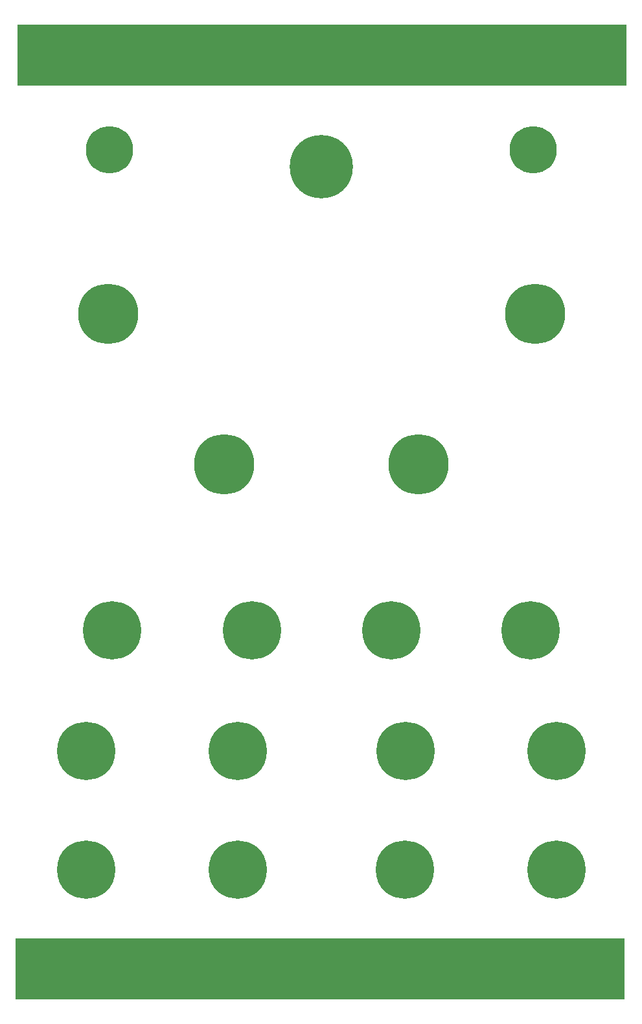
<source format=gbs>
G04 #@! TF.GenerationSoftware,KiCad,Pcbnew,(7.0.0-0)*
G04 #@! TF.CreationDate,2023-04-10T14:33:28-07:00*
G04 #@! TF.ProjectId,Kit-Trig-Sampler-FACEPLATE,4b69742d-5472-4696-972d-53616d706c65,rev?*
G04 #@! TF.SameCoordinates,PXa661c0PY7cdd488*
G04 #@! TF.FileFunction,Soldermask,Bot*
G04 #@! TF.FilePolarity,Negative*
%FSLAX46Y46*%
G04 Gerber Fmt 4.6, Leading zero omitted, Abs format (unit mm)*
G04 Created by KiCad (PCBNEW (7.0.0-0)) date 2023-04-10 14:33:28*
%MOMM*%
%LPD*%
G01*
G04 APERTURE LIST*
%ADD10C,7.620000*%
%ADD11C,7.874000*%
%ADD12O,7.366000X4.191000*%
%ADD13C,6.172200*%
%ADD14C,8.255000*%
%ADD15R,79.700000X8.000000*%
G04 APERTURE END LIST*
D10*
X9371000Y32672564D03*
D11*
X52796000Y70159800D03*
D12*
X7138999Y125148799D03*
D13*
X67796000Y111222564D03*
D10*
X12696000Y48472564D03*
X29139000Y32672564D03*
D11*
X12196000Y89747564D03*
D14*
X40096000Y108947564D03*
D10*
X9371000Y17247564D03*
D11*
X67996000Y89747564D03*
D10*
X49246000Y48472564D03*
X70821000Y32672564D03*
D12*
X73052999Y125148799D03*
D10*
X31021000Y48472564D03*
D11*
X27396000Y70115481D03*
D12*
X73052999Y2643199D03*
D10*
X51026000Y17247564D03*
X51053000Y32672564D03*
X29166000Y17247564D03*
D15*
X40155999Y123559799D03*
D12*
X7138999Y2643199D03*
D10*
X67421000Y48472564D03*
X70821000Y17247564D03*
D13*
X12396000Y111222564D03*
D15*
X39935999Y4239799D03*
M02*

</source>
